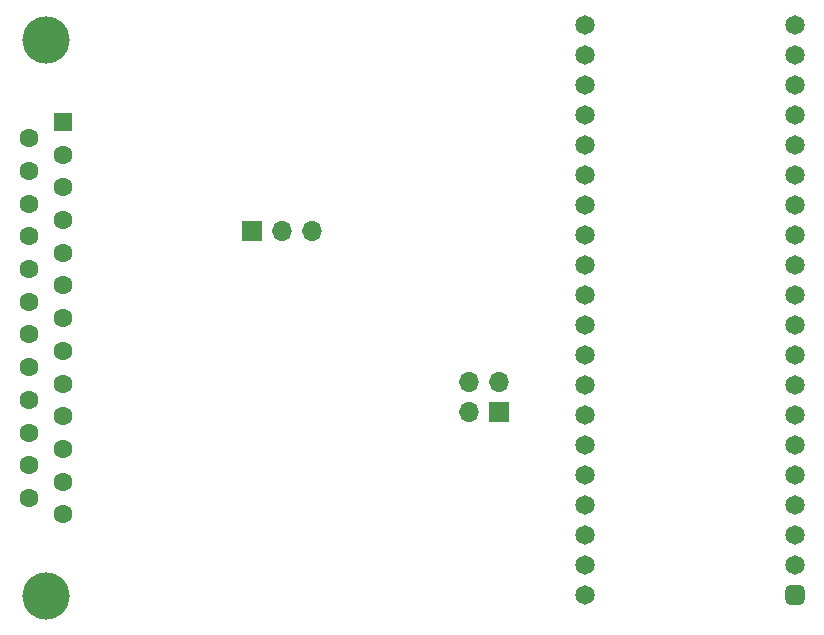
<source format=gbr>
%TF.GenerationSoftware,KiCad,Pcbnew,6.0.5-a6ca702e91~116~ubuntu21.10.1*%
%TF.CreationDate,2022-11-22T05:59:28-07:00*%
%TF.ProjectId,DB25_External,44423235-5f45-4787-9465-726e616c2e6b,rev?*%
%TF.SameCoordinates,Original*%
%TF.FileFunction,Soldermask,Bot*%
%TF.FilePolarity,Negative*%
%FSLAX46Y46*%
G04 Gerber Fmt 4.6, Leading zero omitted, Abs format (unit mm)*
G04 Created by KiCad (PCBNEW 6.0.5-a6ca702e91~116~ubuntu21.10.1) date 2022-11-22 05:59:28*
%MOMM*%
%LPD*%
G01*
G04 APERTURE LIST*
G04 Aperture macros list*
%AMRoundRect*
0 Rectangle with rounded corners*
0 $1 Rounding radius*
0 $2 $3 $4 $5 $6 $7 $8 $9 X,Y pos of 4 corners*
0 Add a 4 corners polygon primitive as box body*
4,1,4,$2,$3,$4,$5,$6,$7,$8,$9,$2,$3,0*
0 Add four circle primitives for the rounded corners*
1,1,$1+$1,$2,$3*
1,1,$1+$1,$4,$5*
1,1,$1+$1,$6,$7*
1,1,$1+$1,$8,$9*
0 Add four rect primitives between the rounded corners*
20,1,$1+$1,$2,$3,$4,$5,0*
20,1,$1+$1,$4,$5,$6,$7,0*
20,1,$1+$1,$6,$7,$8,$9,0*
20,1,$1+$1,$8,$9,$2,$3,0*%
G04 Aperture macros list end*
%ADD10RoundRect,0.412500X0.412500X0.412500X-0.412500X0.412500X-0.412500X-0.412500X0.412500X-0.412500X0*%
%ADD11C,1.650000*%
%ADD12R,1.700000X1.700000*%
%ADD13O,1.700000X1.700000*%
%ADD14C,4.000000*%
%ADD15R,1.600000X1.600000*%
%ADD16C,1.600000*%
G04 APERTURE END LIST*
D10*
%TO.C,RP1*%
X169468800Y-124104400D03*
D11*
X169468800Y-121564400D03*
X169468800Y-119024400D03*
X169468800Y-116484400D03*
X169468800Y-113944400D03*
X169468800Y-111404400D03*
X169468800Y-108864400D03*
X169468800Y-106324400D03*
X169468800Y-103784400D03*
X169468800Y-101244400D03*
X169468800Y-98704400D03*
X169468800Y-96164400D03*
X169468800Y-93624400D03*
X169468800Y-91084400D03*
X169468800Y-88544400D03*
X169468800Y-86004400D03*
X169468800Y-83464400D03*
X169468800Y-80924400D03*
X169468800Y-78384400D03*
X169468800Y-75844400D03*
X151688800Y-75844400D03*
X151688800Y-78384400D03*
X151688800Y-80924400D03*
X151688800Y-83464400D03*
X151688800Y-86004400D03*
X151688800Y-88544400D03*
X151688800Y-91084400D03*
X151688800Y-93624400D03*
X151688800Y-96164400D03*
X151688800Y-98704400D03*
X151688800Y-101244400D03*
X151688800Y-103784400D03*
X151688800Y-106324400D03*
X151688800Y-108864400D03*
X151688800Y-111404400D03*
X151688800Y-113944400D03*
X151688800Y-116484400D03*
X151688800Y-119024400D03*
X151688800Y-121564400D03*
X151688800Y-124104400D03*
%TD*%
D12*
%TO.C,J1*%
X123494800Y-93268800D03*
D13*
X126034800Y-93268800D03*
X128574800Y-93268800D03*
%TD*%
D12*
%TO.C,J4*%
X144373600Y-108610400D03*
D13*
X141833600Y-108610400D03*
X144373600Y-106070400D03*
X141833600Y-106070400D03*
%TD*%
D14*
%TO.C,J2*%
X106037131Y-77130600D03*
X106037131Y-124230600D03*
D15*
X107457131Y-84060600D03*
D16*
X107457131Y-86830600D03*
X107457131Y-89600600D03*
X107457131Y-92370600D03*
X107457131Y-95140600D03*
X107457131Y-97910600D03*
X107457131Y-100680600D03*
X107457131Y-103450600D03*
X107457131Y-106220600D03*
X107457131Y-108990600D03*
X107457131Y-111760600D03*
X107457131Y-114530600D03*
X107457131Y-117300600D03*
X104617131Y-85445600D03*
X104617131Y-88215600D03*
X104617131Y-90985600D03*
X104617131Y-93755600D03*
X104617131Y-96525600D03*
X104617131Y-99295600D03*
X104617131Y-102065600D03*
X104617131Y-104835600D03*
X104617131Y-107605600D03*
X104617131Y-110375600D03*
X104617131Y-113145600D03*
X104617131Y-115915600D03*
%TD*%
M02*

</source>
